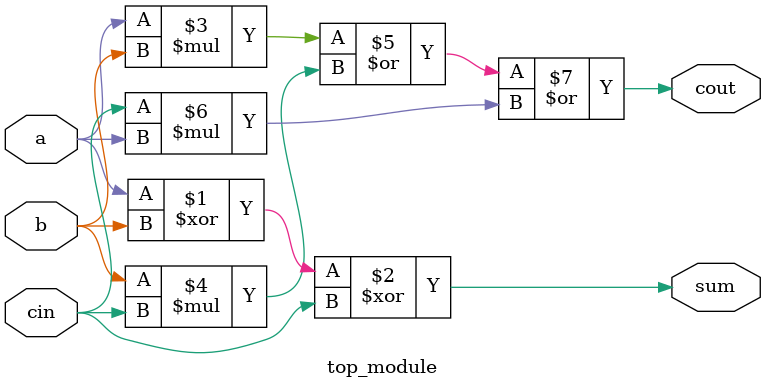
<source format=v>

module top_module( 
    input a, b, cin,
    output cout, sum );
    
    assign sum=a^b^cin;
    assign cout=a*b|b*cin|cin*a;

endmodule

</source>
